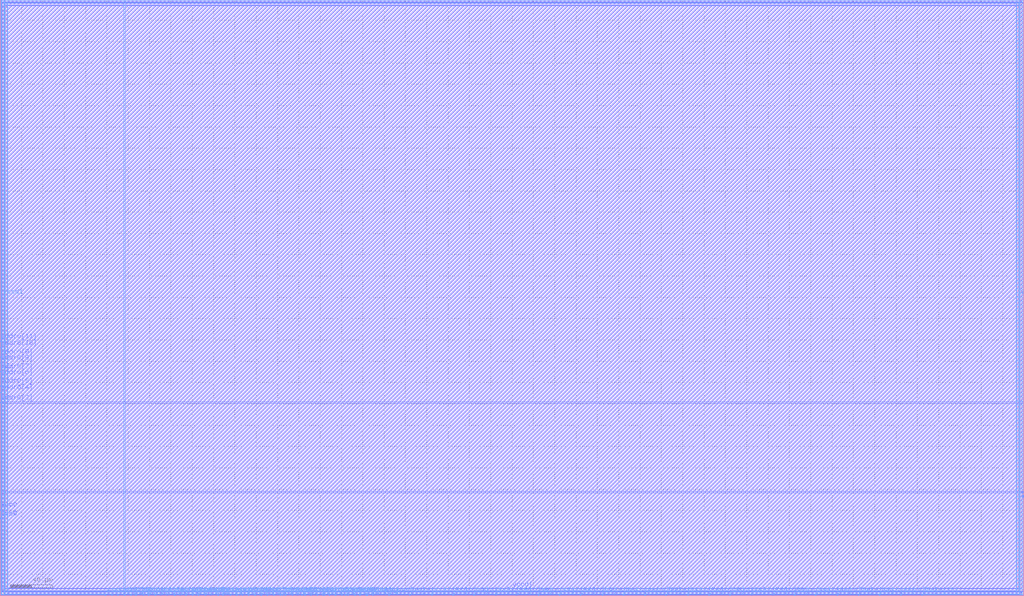
<source format=lef>
VERSION 5.4 ;
NAMESCASESENSITIVE ON ;
BUSBITCHARS "[]" ;
DIVIDERCHAR "/" ;
UNITS
  DATABASE MICRONS 2000 ;
END UNITS
MACRO sram_39_2048_sky130
   CLASS BLOCK ;
   SIZE 959.86 BY 559.34 ;
   SYMMETRY X Y R90 ;
   PIN din0[0]
      DIRECTION INPUT ;
      PORT
         LAYER met4 ;
         RECT  116.28 0.0 116.66 1.06 ;
      END
   END din0[0]
   PIN din0[1]
      DIRECTION INPUT ;
      PORT
         LAYER met4 ;
         RECT  122.4 0.0 122.78 1.06 ;
      END
   END din0[1]
   PIN din0[2]
      DIRECTION INPUT ;
      PORT
         LAYER met4 ;
         RECT  127.16 0.0 127.54 1.06 ;
      END
   END din0[2]
   PIN din0[3]
      DIRECTION INPUT ;
      PORT
         LAYER met4 ;
         RECT  133.96 0.0 134.34 1.06 ;
      END
   END din0[3]
   PIN din0[4]
      DIRECTION INPUT ;
      PORT
         LAYER met4 ;
         RECT  138.72 0.0 139.1 1.06 ;
      END
   END din0[4]
   PIN din0[5]
      DIRECTION INPUT ;
      PORT
         LAYER met4 ;
         RECT  145.52 0.0 145.9 1.06 ;
      END
   END din0[5]
   PIN din0[6]
      DIRECTION INPUT ;
      PORT
         LAYER met4 ;
         RECT  150.28 0.0 150.66 1.06 ;
      END
   END din0[6]
   PIN din0[7]
      DIRECTION INPUT ;
      PORT
         LAYER met4 ;
         RECT  156.4 0.0 156.78 1.06 ;
      END
   END din0[7]
   PIN din0[8]
      DIRECTION INPUT ;
      PORT
         LAYER met4 ;
         RECT  163.2 0.0 163.58 1.06 ;
      END
   END din0[8]
   PIN din0[9]
      DIRECTION INPUT ;
      PORT
         LAYER met4 ;
         RECT  168.64 0.0 169.02 1.06 ;
      END
   END din0[9]
   PIN din0[10]
      DIRECTION INPUT ;
      PORT
         LAYER met4 ;
         RECT  174.08 0.0 174.46 1.06 ;
      END
   END din0[10]
   PIN din0[11]
      DIRECTION INPUT ;
      PORT
         LAYER met4 ;
         RECT  180.2 0.0 180.58 1.06 ;
      END
   END din0[11]
   PIN din0[12]
      DIRECTION INPUT ;
      PORT
         LAYER met4 ;
         RECT  185.64 0.0 186.02 1.06 ;
      END
   END din0[12]
   PIN din0[13]
      DIRECTION INPUT ;
      PORT
         LAYER met4 ;
         RECT  192.44 0.0 192.82 1.06 ;
      END
   END din0[13]
   PIN din0[14]
      DIRECTION INPUT ;
      PORT
         LAYER met4 ;
         RECT  197.2 0.0 197.58 1.06 ;
      END
   END din0[14]
   PIN din0[15]
      DIRECTION INPUT ;
      PORT
         LAYER met4 ;
         RECT  204.0 0.0 204.38 1.06 ;
      END
   END din0[15]
   PIN din0[16]
      DIRECTION INPUT ;
      PORT
         LAYER met4 ;
         RECT  208.76 0.0 209.14 1.06 ;
      END
   END din0[16]
   PIN din0[17]
      DIRECTION INPUT ;
      PORT
         LAYER met4 ;
         RECT  215.56 0.0 215.94 1.06 ;
      END
   END din0[17]
   PIN din0[18]
      DIRECTION INPUT ;
      PORT
         LAYER met4 ;
         RECT  221.68 0.0 222.06 1.06 ;
      END
   END din0[18]
   PIN din0[19]
      DIRECTION INPUT ;
      PORT
         LAYER met4 ;
         RECT  227.12 0.0 227.5 1.06 ;
      END
   END din0[19]
   PIN din0[20]
      DIRECTION INPUT ;
      PORT
         LAYER met4 ;
         RECT  232.56 0.0 232.94 1.06 ;
      END
   END din0[20]
   PIN din0[21]
      DIRECTION INPUT ;
      PORT
         LAYER met4 ;
         RECT  238.68 0.0 239.06 1.06 ;
      END
   END din0[21]
   PIN din0[22]
      DIRECTION INPUT ;
      PORT
         LAYER met4 ;
         RECT  244.8 0.0 245.18 1.06 ;
      END
   END din0[22]
   PIN din0[23]
      DIRECTION INPUT ;
      PORT
         LAYER met4 ;
         RECT  250.24 0.0 250.62 1.06 ;
      END
   END din0[23]
   PIN din0[24]
      DIRECTION INPUT ;
      PORT
         LAYER met4 ;
         RECT  256.36 0.0 256.74 1.06 ;
      END
   END din0[24]
   PIN din0[25]
      DIRECTION INPUT ;
      PORT
         LAYER met4 ;
         RECT  262.48 0.0 262.86 1.06 ;
      END
   END din0[25]
   PIN din0[26]
      DIRECTION INPUT ;
      PORT
         LAYER met4 ;
         RECT  267.24 0.0 267.62 1.06 ;
      END
   END din0[26]
   PIN din0[27]
      DIRECTION INPUT ;
      PORT
         LAYER met4 ;
         RECT  274.04 0.0 274.42 1.06 ;
      END
   END din0[27]
   PIN din0[28]
      DIRECTION INPUT ;
      PORT
         LAYER met4 ;
         RECT  278.8 0.0 279.18 1.06 ;
      END
   END din0[28]
   PIN din0[29]
      DIRECTION INPUT ;
      PORT
         LAYER met4 ;
         RECT  285.6 0.0 285.98 1.06 ;
      END
   END din0[29]
   PIN din0[30]
      DIRECTION INPUT ;
      PORT
         LAYER met4 ;
         RECT  291.04 0.0 291.42 1.06 ;
      END
   END din0[30]
   PIN din0[31]
      DIRECTION INPUT ;
      PORT
         LAYER met4 ;
         RECT  297.16 0.0 297.54 1.06 ;
      END
   END din0[31]
   PIN din0[32]
      DIRECTION INPUT ;
      PORT
         LAYER met4 ;
         RECT  302.6 0.0 302.98 1.06 ;
      END
   END din0[32]
   PIN din0[33]
      DIRECTION INPUT ;
      PORT
         LAYER met4 ;
         RECT  308.72 0.0 309.1 1.06 ;
      END
   END din0[33]
   PIN din0[34]
      DIRECTION INPUT ;
      PORT
         LAYER met4 ;
         RECT  314.16 0.0 314.54 1.06 ;
      END
   END din0[34]
   PIN din0[35]
      DIRECTION INPUT ;
      PORT
         LAYER met4 ;
         RECT  320.28 0.0 320.66 1.06 ;
      END
   END din0[35]
   PIN din0[36]
      DIRECTION INPUT ;
      PORT
         LAYER met4 ;
         RECT  325.72 0.0 326.1 1.06 ;
      END
   END din0[36]
   PIN din0[37]
      DIRECTION INPUT ;
      PORT
         LAYER met4 ;
         RECT  332.52 0.0 332.9 1.06 ;
      END
   END din0[37]
   PIN din0[38]
      DIRECTION INPUT ;
      PORT
         LAYER met4 ;
         RECT  337.28 0.0 337.66 1.06 ;
      END
   END din0[38]
   PIN din0[39]
      DIRECTION INPUT ;
      PORT
         LAYER met4 ;
         RECT  344.08 0.0 344.46 1.06 ;
      END
   END din0[39]
   PIN addr0[0]
      DIRECTION INPUT ;
      PORT
         LAYER met4 ;
         RECT  98.6 0.0 98.98 1.06 ;
      END
   END addr0[0]
   PIN addr0[1]
      DIRECTION INPUT ;
      PORT
         LAYER met4 ;
         RECT  104.72 0.0 105.1 1.06 ;
      END
   END addr0[1]
   PIN addr0[2]
      DIRECTION INPUT ;
      PORT
         LAYER met4 ;
         RECT  110.16 0.0 110.54 1.06 ;
      END
   END addr0[2]
   PIN addr0[3]
      DIRECTION INPUT ;
      PORT
         LAYER met3 ;
         RECT  0.0 180.88 1.06 181.26 ;
      END
   END addr0[3]
   PIN addr0[4]
      DIRECTION INPUT ;
      PORT
         LAYER met3 ;
         RECT  0.0 190.4 1.06 190.78 ;
      END
   END addr0[4]
   PIN addr0[5]
      DIRECTION INPUT ;
      PORT
         LAYER met3 ;
         RECT  0.0 196.52 1.06 196.9 ;
      END
   END addr0[5]
   PIN addr0[6]
      DIRECTION INPUT ;
      PORT
         LAYER met3 ;
         RECT  0.0 204.68 1.06 205.06 ;
      END
   END addr0[6]
   PIN addr0[7]
      DIRECTION INPUT ;
      PORT
         LAYER met3 ;
         RECT  0.0 210.12 1.06 210.5 ;
      END
   END addr0[7]
   PIN addr0[8]
      DIRECTION INPUT ;
      PORT
         LAYER met3 ;
         RECT  0.0 218.28 1.06 218.66 ;
      END
   END addr0[8]
   PIN addr0[9]
      DIRECTION INPUT ;
      PORT
         LAYER met3 ;
         RECT  0.0 223.72 1.06 224.1 ;
      END
   END addr0[9]
   PIN addr0[10]
      DIRECTION INPUT ;
      PORT
         LAYER met3 ;
         RECT  0.0 232.56 1.06 232.94 ;
      END
   END addr0[10]
   PIN addr0[11]
      DIRECTION INPUT ;
      PORT
         LAYER met3 ;
         RECT  0.0 238.68 1.06 239.06 ;
      END
   END addr0[11]
   PIN csb0
      DIRECTION INPUT ;
      PORT
         LAYER met3 ;
         RECT  0.0 72.08 1.06 72.46 ;
      END
   END csb0
   PIN web0
      DIRECTION INPUT ;
      PORT
         LAYER met3 ;
         RECT  0.0 80.24 1.06 80.62 ;
      END
   END web0
   PIN clk0
      DIRECTION INPUT ;
      PORT
         LAYER met3 ;
         RECT  0.0 72.76 1.06 73.14 ;
      END
   END clk0
   PIN spare_wen0
      DIRECTION INPUT ;
      PORT
         LAYER met4 ;
         RECT  349.52 0.0 349.9 1.06 ;
      END
   END spare_wen0
   PIN dout0[0]
      DIRECTION OUTPUT ;
      PORT
         LAYER met4 ;
         RECT  163.88 0.0 164.26 1.06 ;
      END
   END dout0[0]
   PIN dout0[1]
      DIRECTION OUTPUT ;
      PORT
         LAYER met4 ;
         RECT  183.6 0.0 183.98 1.06 ;
      END
   END dout0[1]
   PIN dout0[2]
      DIRECTION OUTPUT ;
      PORT
         LAYER met4 ;
         RECT  204.68 0.0 205.06 1.06 ;
      END
   END dout0[2]
   PIN dout0[3]
      DIRECTION OUTPUT ;
      PORT
         LAYER met4 ;
         RECT  224.4 0.0 224.78 1.06 ;
      END
   END dout0[3]
   PIN dout0[4]
      DIRECTION OUTPUT ;
      PORT
         LAYER met4 ;
         RECT  244.12 0.0 244.5 1.06 ;
      END
   END dout0[4]
   PIN dout0[5]
      DIRECTION OUTPUT ;
      PORT
         LAYER met4 ;
         RECT  264.52 0.0 264.9 1.06 ;
      END
   END dout0[5]
   PIN dout0[6]
      DIRECTION OUTPUT ;
      PORT
         LAYER met4 ;
         RECT  282.88 0.0 283.26 1.06 ;
      END
   END dout0[6]
   PIN dout0[7]
      DIRECTION OUTPUT ;
      PORT
         LAYER met4 ;
         RECT  303.96 0.0 304.34 1.06 ;
      END
   END dout0[7]
   PIN dout0[8]
      DIRECTION OUTPUT ;
      PORT
         LAYER met4 ;
         RECT  323.68 0.0 324.06 1.06 ;
      END
   END dout0[8]
   PIN dout0[9]
      DIRECTION OUTPUT ;
      PORT
         LAYER met4 ;
         RECT  343.4 0.0 343.78 1.06 ;
      END
   END dout0[9]
   PIN dout0[10]
      DIRECTION OUTPUT ;
      PORT
         LAYER met4 ;
         RECT  364.48 0.0 364.86 1.06 ;
      END
   END dout0[10]
   PIN dout0[11]
      DIRECTION OUTPUT ;
      PORT
         LAYER met4 ;
         RECT  384.2 0.0 384.58 1.06 ;
      END
   END dout0[11]
   PIN dout0[12]
      DIRECTION OUTPUT ;
      PORT
         LAYER met4 ;
         RECT  404.6 0.0 404.98 1.06 ;
      END
   END dout0[12]
   PIN dout0[13]
      DIRECTION OUTPUT ;
      PORT
         LAYER met4 ;
         RECT  424.32 0.0 424.7 1.06 ;
      END
   END dout0[13]
   PIN dout0[14]
      DIRECTION OUTPUT ;
      PORT
         LAYER met4 ;
         RECT  444.04 0.0 444.42 1.06 ;
      END
   END dout0[14]
   PIN dout0[15]
      DIRECTION OUTPUT ;
      PORT
         LAYER met4 ;
         RECT  464.44 0.0 464.82 1.06 ;
      END
   END dout0[15]
   PIN dout0[16]
      DIRECTION OUTPUT ;
      PORT
         LAYER met4 ;
         RECT  484.16 0.0 484.54 1.06 ;
      END
   END dout0[16]
   PIN dout0[17]
      DIRECTION OUTPUT ;
      PORT
         LAYER met4 ;
         RECT  504.56 0.0 504.94 1.06 ;
      END
   END dout0[17]
   PIN dout0[18]
      DIRECTION OUTPUT ;
      PORT
         LAYER met4 ;
         RECT  524.28 0.0 524.66 1.06 ;
      END
   END dout0[18]
   PIN dout0[19]
      DIRECTION OUTPUT ;
      PORT
         LAYER met4 ;
         RECT  544.0 0.0 544.38 1.06 ;
      END
   END dout0[19]
   PIN dout0[20]
      DIRECTION OUTPUT ;
      PORT
         LAYER met4 ;
         RECT  564.4 0.0 564.78 1.06 ;
      END
   END dout0[20]
   PIN dout0[21]
      DIRECTION OUTPUT ;
      PORT
         LAYER met4 ;
         RECT  584.12 0.0 584.5 1.06 ;
      END
   END dout0[21]
   PIN dout0[22]
      DIRECTION OUTPUT ;
      PORT
         LAYER met4 ;
         RECT  604.52 0.0 604.9 1.06 ;
      END
   END dout0[22]
   PIN dout0[23]
      DIRECTION OUTPUT ;
      PORT
         LAYER met4 ;
         RECT  624.24 0.0 624.62 1.06 ;
      END
   END dout0[23]
   PIN dout0[24]
      DIRECTION OUTPUT ;
      PORT
         LAYER met4 ;
         RECT  644.64 0.0 645.02 1.06 ;
      END
   END dout0[24]
   PIN dout0[25]
      DIRECTION OUTPUT ;
      PORT
         LAYER met4 ;
         RECT  664.36 0.0 664.74 1.06 ;
      END
   END dout0[25]
   PIN dout0[26]
      DIRECTION OUTPUT ;
      PORT
         LAYER met4 ;
         RECT  684.08 0.0 684.46 1.06 ;
      END
   END dout0[26]
   PIN dout0[27]
      DIRECTION OUTPUT ;
      PORT
         LAYER met4 ;
         RECT  704.48 0.0 704.86 1.06 ;
      END
   END dout0[27]
   PIN dout0[28]
      DIRECTION OUTPUT ;
      PORT
         LAYER met4 ;
         RECT  724.2 0.0 724.58 1.06 ;
      END
   END dout0[28]
   PIN dout0[29]
      DIRECTION OUTPUT ;
      PORT
         LAYER met4 ;
         RECT  744.6 0.0 744.98 1.06 ;
      END
   END dout0[29]
   PIN dout0[30]
      DIRECTION OUTPUT ;
      PORT
         LAYER met4 ;
         RECT  764.32 0.0 764.7 1.06 ;
      END
   END dout0[30]
   PIN dout0[31]
      DIRECTION OUTPUT ;
      PORT
         LAYER met4 ;
         RECT  784.72 0.0 785.1 1.06 ;
      END
   END dout0[31]
   PIN dout0[32]
      DIRECTION OUTPUT ;
      PORT
         LAYER met4 ;
         RECT  804.44 0.0 804.82 1.06 ;
      END
   END dout0[32]
   PIN dout0[33]
      DIRECTION OUTPUT ;
      PORT
         LAYER met4 ;
         RECT  824.16 0.0 824.54 1.06 ;
      END
   END dout0[33]
   PIN dout0[34]
      DIRECTION OUTPUT ;
      PORT
         LAYER met4 ;
         RECT  844.56 0.0 844.94 1.06 ;
      END
   END dout0[34]
   PIN dout0[35]
      DIRECTION OUTPUT ;
      PORT
         LAYER met4 ;
         RECT  864.28 0.0 864.66 1.06 ;
      END
   END dout0[35]
   PIN dout0[36]
      DIRECTION OUTPUT ;
      PORT
         LAYER met3 ;
         RECT  958.8 97.24 959.86 97.62 ;
      END
   END dout0[36]
   PIN dout0[37]
      DIRECTION OUTPUT ;
      PORT
         LAYER met3 ;
         RECT  958.8 92.48 959.86 92.86 ;
      END
   END dout0[37]
   PIN dout0[38]
      DIRECTION OUTPUT ;
      PORT
         LAYER met3 ;
         RECT  958.8 93.16 959.86 93.54 ;
      END
   END dout0[38]
   PIN dout0[39]
      DIRECTION OUTPUT ;
      PORT
         LAYER met3 ;
         RECT  958.8 93.84 959.86 94.22 ;
      END
   END dout0[39]
   PIN vccd1
      DIRECTION INOUT ;
      USE POWER ; 
      SHAPE ABUTMENT ; 
      PORT
         LAYER met3 ;
         RECT  4.76 554.2 955.1 555.94 ;
         LAYER met3 ;
         RECT  4.76 4.76 955.1 6.5 ;
         LAYER met4 ;
         RECT  4.76 4.76 6.5 555.94 ;
         LAYER met4 ;
         RECT  953.36 4.76 955.1 555.94 ;
      END
   END vccd1
   PIN vssd1
      DIRECTION INOUT ;
      USE GROUND ; 
      SHAPE ABUTMENT ; 
      PORT
         LAYER met4 ;
         RECT  956.76 1.36 958.5 559.34 ;
         LAYER met3 ;
         RECT  1.36 1.36 958.5 3.1 ;
         LAYER met4 ;
         RECT  1.36 1.36 3.1 559.34 ;
         LAYER met3 ;
         RECT  1.36 557.6 958.5 559.34 ;
      END
   END vssd1
   OBS
   LAYER  met1 ;
      RECT  0.62 0.62 959.24 558.72 ;
   LAYER  met2 ;
      RECT  0.62 0.62 959.24 558.72 ;
   LAYER  met3 ;
      RECT  1.66 180.28 959.24 181.86 ;
      RECT  0.62 181.86 1.66 189.8 ;
      RECT  0.62 191.38 1.66 195.92 ;
      RECT  0.62 197.5 1.66 204.08 ;
      RECT  0.62 205.66 1.66 209.52 ;
      RECT  0.62 211.1 1.66 217.68 ;
      RECT  0.62 219.26 1.66 223.12 ;
      RECT  0.62 224.7 1.66 231.96 ;
      RECT  0.62 233.54 1.66 238.08 ;
      RECT  0.62 81.22 1.66 180.28 ;
      RECT  0.62 73.74 1.66 79.64 ;
      RECT  1.66 96.64 958.2 98.22 ;
      RECT  1.66 98.22 958.2 180.28 ;
      RECT  958.2 98.22 959.24 180.28 ;
      RECT  958.2 94.82 959.24 96.64 ;
      RECT  1.66 181.86 4.16 553.6 ;
      RECT  1.66 553.6 4.16 556.54 ;
      RECT  4.16 181.86 955.7 553.6 ;
      RECT  955.7 181.86 959.24 553.6 ;
      RECT  955.7 553.6 959.24 556.54 ;
      RECT  1.66 4.16 4.16 7.1 ;
      RECT  1.66 7.1 4.16 96.64 ;
      RECT  4.16 7.1 955.7 96.64 ;
      RECT  955.7 4.16 958.2 7.1 ;
      RECT  955.7 7.1 958.2 96.64 ;
      RECT  0.62 0.62 0.76 0.76 ;
      RECT  0.62 0.76 0.76 3.7 ;
      RECT  0.62 3.7 0.76 71.48 ;
      RECT  0.76 0.62 1.66 0.76 ;
      RECT  0.76 3.7 1.66 71.48 ;
      RECT  958.2 0.62 959.1 0.76 ;
      RECT  958.2 3.7 959.1 91.88 ;
      RECT  959.1 0.62 959.24 0.76 ;
      RECT  959.1 0.76 959.24 3.7 ;
      RECT  959.1 3.7 959.24 91.88 ;
      RECT  1.66 0.62 4.16 0.76 ;
      RECT  1.66 3.7 4.16 4.16 ;
      RECT  4.16 0.62 955.7 0.76 ;
      RECT  4.16 3.7 955.7 4.16 ;
      RECT  955.7 0.62 958.2 0.76 ;
      RECT  955.7 3.7 958.2 4.16 ;
      RECT  0.62 239.66 0.76 557.0 ;
      RECT  0.62 557.0 0.76 558.72 ;
      RECT  0.76 239.66 1.66 557.0 ;
      RECT  1.66 556.54 4.16 557.0 ;
      RECT  4.16 556.54 955.7 557.0 ;
      RECT  955.7 556.54 959.1 557.0 ;
      RECT  959.1 556.54 959.24 557.0 ;
      RECT  959.1 557.0 959.24 558.72 ;
   LAYER  met4 ;
      RECT  115.68 1.66 117.26 558.72 ;
      RECT  117.26 0.62 121.8 1.66 ;
      RECT  123.38 0.62 126.56 1.66 ;
      RECT  128.14 0.62 133.36 1.66 ;
      RECT  134.94 0.62 138.12 1.66 ;
      RECT  139.7 0.62 144.92 1.66 ;
      RECT  146.5 0.62 149.68 1.66 ;
      RECT  151.26 0.62 155.8 1.66 ;
      RECT  157.38 0.62 162.6 1.66 ;
      RECT  169.62 0.62 173.48 1.66 ;
      RECT  175.06 0.62 179.6 1.66 ;
      RECT  186.62 0.62 191.84 1.66 ;
      RECT  193.42 0.62 196.6 1.66 ;
      RECT  198.18 0.62 203.4 1.66 ;
      RECT  209.74 0.62 214.96 1.66 ;
      RECT  216.54 0.62 221.08 1.66 ;
      RECT  228.1 0.62 231.96 1.66 ;
      RECT  233.54 0.62 238.08 1.66 ;
      RECT  245.78 0.62 249.64 1.66 ;
      RECT  251.22 0.62 255.76 1.66 ;
      RECT  257.34 0.62 261.88 1.66 ;
      RECT  268.22 0.62 273.44 1.66 ;
      RECT  275.02 0.62 278.2 1.66 ;
      RECT  286.58 0.62 290.44 1.66 ;
      RECT  292.02 0.62 296.56 1.66 ;
      RECT  298.14 0.62 302.0 1.66 ;
      RECT  309.7 0.62 313.56 1.66 ;
      RECT  315.14 0.62 319.68 1.66 ;
      RECT  326.7 0.62 331.92 1.66 ;
      RECT  333.5 0.62 336.68 1.66 ;
      RECT  99.58 0.62 104.12 1.66 ;
      RECT  105.7 0.62 109.56 1.66 ;
      RECT  111.14 0.62 115.68 1.66 ;
      RECT  345.06 0.62 348.92 1.66 ;
      RECT  164.86 0.62 168.04 1.66 ;
      RECT  181.18 0.62 183.0 1.66 ;
      RECT  184.58 0.62 185.04 1.66 ;
      RECT  205.66 0.62 208.16 1.66 ;
      RECT  222.66 0.62 223.8 1.66 ;
      RECT  225.38 0.62 226.52 1.66 ;
      RECT  239.66 0.62 243.52 1.66 ;
      RECT  263.46 0.62 263.92 1.66 ;
      RECT  265.5 0.62 266.64 1.66 ;
      RECT  279.78 0.62 282.28 1.66 ;
      RECT  283.86 0.62 285.0 1.66 ;
      RECT  304.94 0.62 308.12 1.66 ;
      RECT  321.26 0.62 323.08 1.66 ;
      RECT  324.66 0.62 325.12 1.66 ;
      RECT  338.26 0.62 342.8 1.66 ;
      RECT  350.5 0.62 363.88 1.66 ;
      RECT  365.46 0.62 383.6 1.66 ;
      RECT  385.18 0.62 404.0 1.66 ;
      RECT  405.58 0.62 423.72 1.66 ;
      RECT  425.3 0.62 443.44 1.66 ;
      RECT  445.02 0.62 463.84 1.66 ;
      RECT  465.42 0.62 483.56 1.66 ;
      RECT  485.14 0.62 503.96 1.66 ;
      RECT  505.54 0.62 523.68 1.66 ;
      RECT  525.26 0.62 543.4 1.66 ;
      RECT  544.98 0.62 563.8 1.66 ;
      RECT  565.38 0.62 583.52 1.66 ;
      RECT  585.1 0.62 603.92 1.66 ;
      RECT  605.5 0.62 623.64 1.66 ;
      RECT  625.22 0.62 644.04 1.66 ;
      RECT  645.62 0.62 663.76 1.66 ;
      RECT  665.34 0.62 683.48 1.66 ;
      RECT  685.06 0.62 703.88 1.66 ;
      RECT  705.46 0.62 723.6 1.66 ;
      RECT  725.18 0.62 744.0 1.66 ;
      RECT  745.58 0.62 763.72 1.66 ;
      RECT  765.3 0.62 784.12 1.66 ;
      RECT  785.7 0.62 803.84 1.66 ;
      RECT  805.42 0.62 823.56 1.66 ;
      RECT  825.14 0.62 843.96 1.66 ;
      RECT  845.54 0.62 863.68 1.66 ;
      RECT  4.16 1.66 7.1 4.16 ;
      RECT  4.16 556.54 7.1 558.72 ;
      RECT  7.1 1.66 115.68 4.16 ;
      RECT  7.1 4.16 115.68 556.54 ;
      RECT  7.1 556.54 115.68 558.72 ;
      RECT  117.26 1.66 952.76 4.16 ;
      RECT  117.26 4.16 952.76 556.54 ;
      RECT  117.26 556.54 952.76 558.72 ;
      RECT  952.76 1.66 955.7 4.16 ;
      RECT  952.76 556.54 955.7 558.72 ;
      RECT  865.26 0.62 956.16 0.76 ;
      RECT  865.26 0.76 956.16 1.66 ;
      RECT  956.16 0.62 959.1 0.76 ;
      RECT  959.1 0.62 959.24 0.76 ;
      RECT  959.1 0.76 959.24 1.66 ;
      RECT  955.7 1.66 956.16 4.16 ;
      RECT  959.1 1.66 959.24 4.16 ;
      RECT  955.7 4.16 956.16 556.54 ;
      RECT  959.1 4.16 959.24 556.54 ;
      RECT  955.7 556.54 956.16 558.72 ;
      RECT  959.1 556.54 959.24 558.72 ;
      RECT  0.62 0.62 0.76 0.76 ;
      RECT  0.62 0.76 0.76 1.66 ;
      RECT  0.76 0.62 3.7 0.76 ;
      RECT  3.7 0.62 98.0 0.76 ;
      RECT  3.7 0.76 98.0 1.66 ;
      RECT  0.62 1.66 0.76 4.16 ;
      RECT  3.7 1.66 4.16 4.16 ;
      RECT  0.62 4.16 0.76 556.54 ;
      RECT  3.7 4.16 4.16 556.54 ;
      RECT  0.62 556.54 0.76 558.72 ;
      RECT  3.7 556.54 4.16 558.72 ;
   END
END    sram_39_2048_sky130
END    LIBRARY

</source>
